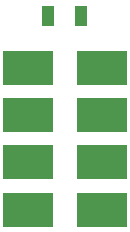
<source format=gbp>
%FSLAX25Y25*%
%MOIN*%
G70*
G01*
G75*
G04 Layer_Color=6049101*
%ADD10R,0.05906X0.05906*%
%ADD11R,0.05906X0.05906*%
%ADD12C,0.02500*%
%ADD13C,0.16500*%
%ADD14C,0.04000*%
%ADD15R,0.17716X0.12205*%
%ADD16R,0.05000X0.08000*%
%ADD17C,0.01000*%
%ADD18R,0.04906X0.04906*%
%ADD19R,0.04906X0.04906*%
%ADD20R,0.16716X0.11205*%
%ADD21R,0.04000X0.07000*%
D20*
X524915Y516900D02*
D03*
Y532648D02*
D03*
Y548396D02*
D03*
X549521Y516900D02*
D03*
Y532648D02*
D03*
Y548396D02*
D03*
X524915Y564144D02*
D03*
X549521D02*
D03*
D21*
X531500Y581500D02*
D03*
X542500D02*
D03*
M02*

</source>
